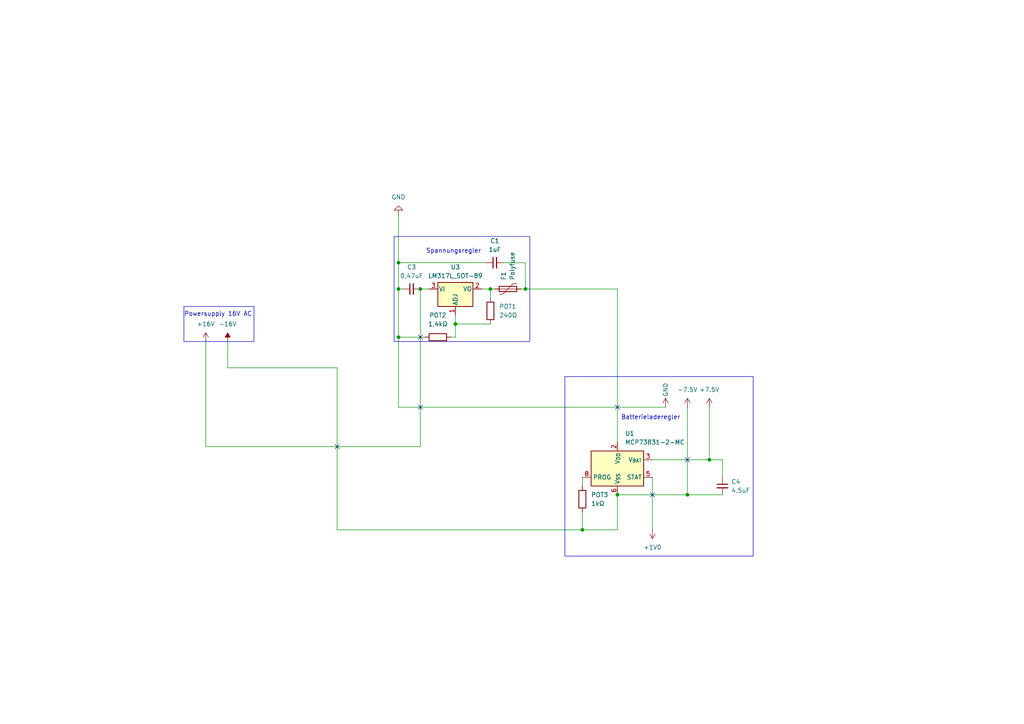
<source format=kicad_sch>
(kicad_sch (version 20231120) (generator "eeschema") (generator_version "8.0")
  (paper "A4")
  (title_block (title "Large Hub Battery LEGO: 45610 | Charger") (date "04.07.2024") (company "https://github.com/Ekips-Prime-Pro") (comment 1 "1. Powersupply, 2. Spanungsregler, 3.Batterieladeregler"))
  (lib_symbols
    (symbol "Battery_Management:MCP73831-2-MC"
      (property "Reference" "U" (at -7.62 6.35 0))
      (property "Value" "MCP73831-2-MC" (at 1.27 6.35 0))
      (symbol "MCP73831-2-MC_0_1"
        (rectangle (start -7.62 5.08) (end 7.62 -5.08) (stroke (width 0.254)) (fill (type background)))
      )
      (symbol "MCP73831-2-MC_1_1"
        (pin passive line (at 0 7.62 270) (length 2.54) hide (name "V_{DD}") (number "1"))
        (pin power_in line (at 0 7.62 270) (length 2.54) (name "V_{DD}") (number "2"))
        (pin power_out line (at 10.16 2.54 180) (length 2.54) (name "V_{BAT}") (number "3"))
        (pin passive line (at 10.16 2.54 180) (length 2.54) hide (name "V_{BAT}") (number "4"))
        (pin tri_state line (at 10.16 -2.54 180) (length 2.54) (name "STAT") (number "5"))
        (pin power_in line (at 0 -7.62 90) (length 2.54) (name "V_{SS}") (number "6"))
        (pin no_connect line (at -7.62 2.54 0) (length 2.54) hide (name "NC") (number "7"))
        (pin input line (at -10.16 -2.54 0) (length 2.54) (name "PROG") (number "8"))
      )
    )
    (symbol "Device:C_Small" (pin_numbers hide) (pin_names (offset 0.254) hide)
      (property "Reference" "C" (at 0.254 1.778 0))
      (property "Value" "C_Small" (at 0.254 -2.032 0))
      (symbol "C_Small_0_1"
        (polyline (pts (xy -1.524 -0.508) (xy 1.524 -0.508)) (stroke (width 0.3302)))
        (polyline (pts (xy -1.524 0.508) (xy 1.524 0.508)) (stroke (width 0.3048)))
      )
      (symbol "C_Small_1_1"
        (pin passive line (at 0 2.54 270) (length 2.032) (name "~") (number "1"))
        (pin passive line (at 0 -2.54 90) (length 2.032) (name "~") (number "2"))
      )
    )
    (symbol "Device:Polyfuse" (pin_numbers hide) (pin_names (offset 0))
      (property "Reference" "F" (at -2.54 0 90))
      (property "Value" "Polyfuse" (at 2.54 0 90))
      (symbol "Polyfuse_0_1"
        (rectangle (start -0.762 2.54) (end 0.762 -2.54) (stroke (width 0.254)))
        (polyline (pts (xy 0 2.54) (xy 0 -2.54)))
        (polyline (pts (xy -1.524 2.54) (xy -1.524 1.524) (xy 1.524 -1.524) (xy 1.524 -2.54)))
      )
      (symbol "Polyfuse_1_1"
        (pin passive line (at 0 3.81 270) (length 1.27) (name "~") (number "1"))
        (pin passive line (at 0 -3.81 90) (length 1.27) (name "~") (number "2"))
      )
    )
    (symbol "Device:R" (pin_numbers hide) (pin_names (offset 0))
      (property "Reference" "R" (at 2.032 0 90))
      (property "Value" "R" (at 0 0 90))
      (symbol "R_0_1"
        (rectangle (start -1.016 -2.54) (end 1.016 2.54) (stroke (width 0.254)))
      )
      (symbol "R_1_1"
        (pin passive line (at 0 3.81 270) (length 1.27) (name "~") (number "1"))
        (pin passive line (at 0 -3.81 90) (length 1.27) (name "~") (number "2"))
      )
    )
    (symbol "Regulator_Linear:LM317L_SOT-89" (pin_names (offset 0.254))
      (property "Reference" "U" (at -3.81 3.175 0))
      (property "Value" "LM317L_SOT-89" (at 0 3.175 0))
      (symbol "LM317L_SOT-89_0_1"
        (rectangle (start -5.08 1.905) (end 5.08 -5.08) (stroke (width 0.254)) (fill (type background)))
      )
      (symbol "LM317L_SOT-89_1_1"
        (pin input line (at 0 -7.62 90) (length 2.54) (name "ADJ") (number "1"))
        (pin power_out line (at 7.62 0 180) (length 2.54) (name "VO") (number "2"))
        (pin power_in line (at -7.62 0 0) (length 2.54) (name "VI") (number "3"))
      )
    )
    (symbol "power:+1V0" (power) (pin_numbers hide) (pin_names (offset 0) hide)
      (property "Value" "+1V0" (at 0 3.556 0))
      (symbol "+1V0_0_1"
        (polyline (pts (xy -0.762 1.27) (xy 0 2.54)))
        (polyline (pts (xy 0 0) (xy 0 2.54)))
        (polyline (pts (xy 0 2.54) (xy 0.762 1.27)))
      )
      (symbol "+1V0_1_1"
        (pin power_in line (at 0 0 90) (length 0) (name "~") (number "1"))
      )
    )
    (symbol "power:+24V" (power) (pin_numbers hide) (pin_names (offset 0) hide)
      (property "Value" "+24V" (at 0 3.556 0))
      (symbol "+24V_0_1"
        (polyline (pts (xy -0.762 1.27) (xy 0 2.54)))
        (polyline (pts (xy 0 0) (xy 0 2.54)))
        (polyline (pts (xy 0 2.54) (xy 0.762 1.27)))
      )
      (symbol "+24V_1_1"
        (pin power_in line (at 0 0 90) (length 0) (name "~") (number "1"))
      )
    )
    (symbol "power:+7.5V" (power) (pin_numbers hide) (pin_names (offset 0) hide)
      (property "Value" "+7.5V" (at 0 3.556 0))
      (symbol "+7.5V_0_1"
        (polyline (pts (xy -0.762 1.27) (xy 0 2.54)))
        (polyline (pts (xy 0 0) (xy 0 2.54)))
        (polyline (pts (xy 0 2.54) (xy 0.762 1.27)))
      )
      (symbol "+7.5V_1_1"
        (pin power_in line (at 0 0 90) (length 0) (name "~") (number "1"))
      )
    )
    (symbol "power:-24V" (power) (pin_numbers hide) (pin_names (offset 0) hide)
      (property "Value" "-24V" (at 0 3.556 0))
      (symbol "-24V_0_0"
        (pin power_in line (at 0 0 90) (length 0) (name "~") (number "1"))
      )
      (symbol "-24V_0_1"
        (polyline (pts (xy 0 0) (xy 0 1.27) (xy 0.762 1.27) (xy 0 2.54) (xy -0.762 1.27) (xy 0 1.27)) (fill (type outline)))
      )
    )
    (symbol "power:GND" (power) (pin_numbers hide) (pin_names (offset 0) hide)
      (property "Value" "GND" (at 0 -3.81 0))
      (symbol "GND_0_1"
        (polyline (pts (xy 0 0) (xy 0 -1.27) (xy 1.27 -1.27) (xy 0 -2.54) (xy -1.27 -1.27) (xy 0 -1.27)))
      )
      (symbol "GND_1_1"
        (pin power_in line (at 0 0 270) (length 0) (name "~") (number "1"))
      )
    )
  )
  (junction (at 152.4 83.82))
  (junction (at 205.74 133.35))
  (junction (at 179.07 143.51))
  (junction (at 115.57 76.2))
  (junction (at 132.08 93.98))
  (junction (at 199.39 143.51))
  (junction (at 115.57 97.79))
  (junction (at 121.92 83.82))
  (junction (at 168.91 153.67))
  (junction (at 115.57 83.82))
  (junction (at 142.24 83.82))
  (no_connect (at 97.79 129.54))
  (no_connect (at 121.92 118.11))
  (no_connect (at 121.92 97.79))
  (no_connect (at 189.23 143.51))
  (no_connect (at 199.39 133.35))
  (no_connect (at 179.07 118.11))
  (wire (pts (xy 97.79 106.68) (xy 97.79 153.67)))
  (wire (pts (xy 209.55 133.35) (xy 205.74 133.35)))
  (wire (pts (xy 152.4 83.82) (xy 179.07 83.82)))
  (wire (pts (xy 168.91 148.59) (xy 168.91 153.67)))
  (wire (pts (xy 121.92 83.82) (xy 121.92 129.54)))
  (wire (pts (xy 205.74 118.11) (xy 205.74 133.35)))
  (wire (pts (xy 168.91 138.43) (xy 168.91 140.97)))
  (wire (pts (xy 115.57 118.11) (xy 115.57 97.79)))
  (wire (pts (xy 142.24 93.98) (xy 132.08 93.98)))
  (wire (pts (xy 115.57 118.11) (xy 193.04 118.11)))
  (wire (pts (xy 59.69 129.54) (xy 121.92 129.54)))
  (wire (pts (xy 121.92 83.82) (xy 124.46 83.82)))
  (wire (pts (xy 115.57 76.2) (xy 115.57 83.82)))
  (wire (pts (xy 115.57 62.23) (xy 115.57 76.2)))
  (wire (pts (xy 179.07 153.67) (xy 179.07 143.51)))
  (wire (pts (xy 140.97 76.2) (xy 115.57 76.2)))
  (wire (pts (xy 139.7 83.82) (xy 142.24 83.82)))
  (wire (pts (xy 142.24 83.82) (xy 143.51 83.82)))
  (wire (pts (xy 115.57 97.79) (xy 123.19 97.79)))
  (wire (pts (xy 59.69 99.06) (xy 59.69 129.54)))
  (wire (pts (xy 209.55 143.51) (xy 199.39 143.51)))
  (wire (pts (xy 189.23 138.43) (xy 189.23 153.67)))
  (wire (pts (xy 209.55 133.35) (xy 209.55 138.43)))
  (wire (pts (xy 199.39 118.11) (xy 199.39 143.51)))
  (wire (pts (xy 151.13 83.82) (xy 152.4 83.82)))
  (wire (pts (xy 152.4 83.82) (xy 152.4 76.2)))
  (wire (pts (xy 146.05 76.2) (xy 152.4 76.2)))
  (wire (pts (xy 179.07 143.51) (xy 199.39 143.51)))
  (wire (pts (xy 132.08 97.79) (xy 130.81 97.79)))
  (wire (pts (xy 168.91 153.67) (xy 179.07 153.67)))
  (wire (pts (xy 179.07 83.82) (xy 179.07 128.27)))
  (wire (pts (xy 97.79 153.67) (xy 168.91 153.67)))
  (wire (pts (xy 189.23 133.35) (xy 205.74 133.35)))
  (wire (pts (xy 66.04 106.68) (xy 97.79 106.68)))
  (wire (pts (xy 142.24 83.82) (xy 142.24 86.36)))
  (wire (pts (xy 66.04 99.06) (xy 66.04 106.68)))
  (wire (pts (xy 132.08 93.98) (xy 132.08 91.44)))
  (wire (pts (xy 116.84 83.82) (xy 115.57 83.82)))
  (wire (pts (xy 115.57 97.79) (xy 115.57 83.82)))
  (wire (pts (xy 132.08 93.98) (xy 132.08 97.79)))
  (rectangle (start 163.83 109.22) (end 218.44 161.29))
  (rectangle (start 53.34 88.9) (end 73.66 99.06))
  (rectangle (start 114.3 68.58) (end 153.67 99.06))
  (text "Powersupply 16V AC" (at 63.246 91.186 0) (effects (font (size 1.27 1.27))))
  (text "Batterieladeregler" (at 188.722 121.158 0) (effects (font (size 1.27 1.27))))
  (text "Spannungsregler" (exclude_from_sim yes) (at 131.572 72.898 0) (effects (font (size 1.27 1.27))))
  (symbol (lib_id "Device:Polyfuse") (at 147.32 83.82 90) (unit 1)
    (property "Reference" "F1" (at 146.0499 81.28 0) (effects (justify left)))
    (property "Value" "Polyfuse" (at 148.5899 81.28 0) (effects (justify left)))
    (property "Footprint" "Fuse:Fuse_Bourns_MF-RG300" (effects (hide yes)))
    (property "Description" "Resettable fuse, polymeric positive temperature coefficient" (effects (hide yes)))
  )
  (symbol (lib_id "Device:C_Small") (at 119.38 83.82 90) (unit 1)
    (property "Reference" "C3" (at 119.3863 77.47 90))
    (property "Value" "0,47uF" (at 119.3863 80.01 90))
    (property "Footprint" "Capacitor_THT:CP_Axial_L10.0mm_D4.5mm_P15.00mm_Horizontal" (effects (hide yes)))
    (property "Description" "Unpolarized capacitor, small symbol" (effects (hide yes)))
  )
  (symbol (lib_id "power:+1V0") (at 189.23 153.67 180) (unit 1)
    (property "Reference" "#PWR06" (effects (hide yes)))
    (property "Value" "+1V0" (at 189.23 158.75 0))
    (property "Description" "Power symbol creates a global label with name \"+1V0\"" (effects (hide yes)))
  )
  (symbol (lib_id "power:+24V") (at 59.69 99.06 0) (unit 1)
    (property "Reference" "#PWR07" (effects (hide yes)))
    (property "Value" "+16V" (at 59.69 93.98 0))
    (property "Description" "Power symbol creates a global label with name \"+24V\"" (effects (hide yes)))
  )
  (symbol (lib_id "power:GND") (at 115.57 62.23 180) (unit 1)
    (property "Reference" "#PWR01" (effects (hide yes)))
    (property "Value" "GND" (at 115.57 57.15 0))
    (property "Description" "Power symbol creates a global label with name \"GND\" , ground" (effects (hide yes)))
  )
  (symbol (lib_id "Device:R") (at 142.24 90.17 0) (unit 1)
    (property "Reference" "POT1" (at 144.78 88.8999 0) (effects (justify left)))
    (property "Value" "240Ω" (at 144.78 91.4399 0) (effects (justify left)))
    (property "Footprint" "Resistor_SMD:R_0603_1608Metric_Pad0.98x0.95mm_HandSolder" (effects (hide yes)))
    (property "Description" "Resistor" (effects (hide yes)))
  )
  (symbol (lib_id "power:+7.5V") (at 205.74 118.11 0) (unit 1)
    (property "Reference" "#PWR02" (effects (hide yes)))
    (property "Value" "+7.5V" (at 205.74 113.03 0))
    (property "Description" "Power symbol creates a global label with name \"+7.5V\"" (effects (hide yes)))
  )
  (symbol (lib_id "power:+7.5V") (at 193.04 118.11 0) (unit 1)
    (property "Reference" "#PWR05" (effects (hide yes)))
    (property "Value" "GND" (at 193.04 113.03 90))
    (property "Description" "Power symbol creates a global label with name \"+7.5V\"" (effects (hide yes)))
  )
  (symbol (lib_id "power:+7.5V") (at 199.39 118.11 0) (unit 1)
    (property "Reference" "#PWR04" (effects (hide yes)))
    (property "Value" "-7.5V" (at 199.39 113.03 0))
    (property "Description" "Power symbol creates a global label with name \"+7.5V\"" (effects (hide yes)))
  )
  (symbol (lib_id "Device:R") (at 168.91 144.78 0) (unit 1)
    (property "Reference" "POT3" (at 171.45 143.5099 0) (effects (justify left)))
    (property "Value" "1kΩ" (at 171.45 146.0499 0) (effects (justify left)))
    (property "Footprint" "Resistor_SMD:R_0603_1608Metric_Pad0.98x0.95mm_HandSolder" (effects (hide yes)))
    (property "Description" "Resistor" (effects (hide yes)))
  )
  (symbol (lib_id "power:-24V") (at 66.04 99.06 0) (unit 1)
    (property "Reference" "#PWR03" (effects (hide yes)))
    (property "Value" "-16V" (at 66.04 93.98 0))
    (property "Description" "Power symbol creates a global label with name \"-24V\"" (effects (hide yes)))
  )
  (symbol (lib_id "Battery_Management:MCP73831-2-MC") (at 179.07 135.89 0) (unit 1)
    (property "Reference" "U1" (at 181.2641 125.73 0) (effects (justify left)))
    (property "Value" "MCP73831-2-MC" (at 181.2641 128.27 0) (effects (justify left)))
    (property "Footprint" "Package_DFN_QFN:DFN-8-1EP_3x2mm_P0.5mm_EP1.7x1.4mm" (effects (hide yes)))
    (property "Datasheet" "http://ww1.microchip.com/downloads/en/DeviceDoc/20001984g.pdf" (effects (hide yes)))
    (property "Description" "Single cell, Li-Ion/Li-Po charge management controller, 4.20V, Tri-State Status Output, in DFN-8 package" (effects (hide yes)))
  )
  (symbol (lib_id "Device:C_Small") (at 209.55 140.97 0) (unit 1)
    (property "Reference" "C4" (at 212.09 139.7062 0) (effects (justify left)))
    (property "Value" "4,5uF" (at 212.09 142.2462 0) (effects (justify left)))
    (property "Footprint" "Capacitor_THT:CP_Axial_L10.0mm_D4.5mm_P15.00mm_Horizontal" (effects (hide yes)))
    (property "Description" "Unpolarized capacitor, small symbol" (effects (hide yes)))
  )
  (symbol (lib_id "Device:C_Small") (at 143.51 76.2 90) (unit 1)
    (property "Reference" "C1" (at 143.5163 69.85 90))
    (property "Value" "1uF" (at 143.5163 72.39 90))
    (property "Footprint" "Capacitor_THT:CP_Axial_L10.0mm_D4.5mm_P15.00mm_Horizontal" (effects (hide yes)))
    (property "Description" "Unpolarized capacitor, small symbol" (effects (hide yes)))
  )
  (symbol (lib_id "Device:R") (at 127 97.79 90) (unit 1)
    (property "Reference" "POT2" (at 127 91.44 90))
    (property "Value" "1,4kΩ" (at 127 93.98 90))
    (property "Footprint" "Resistor_SMD:R_0603_1608Metric_Pad0.98x0.95mm_HandSolder" (effects (hide yes)))
    (property "Description" "Resistor" (effects (hide yes)))
  )
  (symbol (lib_id "Regulator_Linear:LM317L_SOT-89") (at 132.08 83.82 0) (unit 1)
    (property "Reference" "U3" (at 132.08 77.47 0))
    (property "Value" "LM317L_SOT-89" (at 132.08 80.01 0))
    (property "Footprint" "Package_TO_SOT_SMD:SOT-89-3" (effects (hide yes)))
    (property "Datasheet" "http://www.ti.com/lit/ds/symlink/lm317l.pdf" (effects (hide yes)))
    (property "Description" "100mA 35V Adjustable Linear Regulator, SOT-89" (effects (hide yes)))
  )
)
</source>
